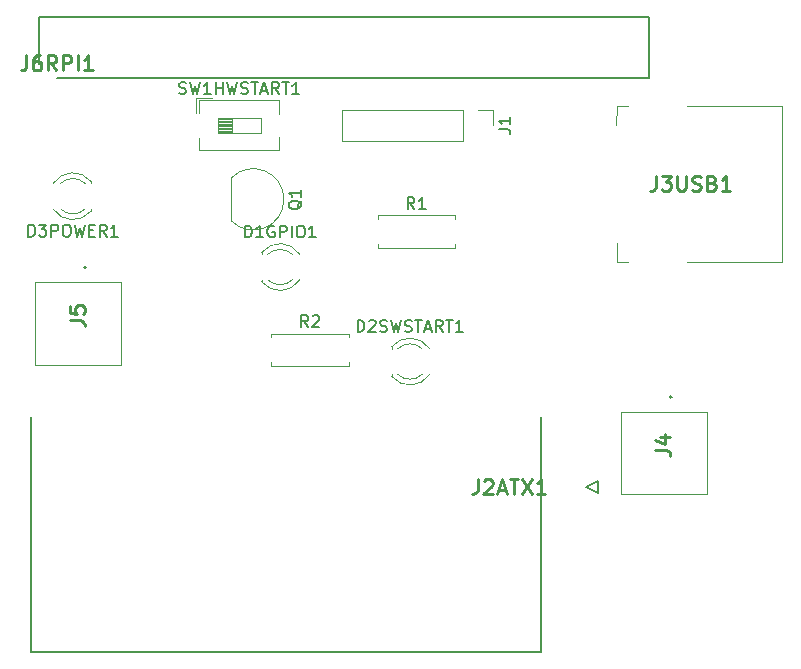
<source format=gbr>
%TF.GenerationSoftware,KiCad,Pcbnew,(6.0.9)*%
%TF.CreationDate,2022-12-10T23:12:21+01:00*%
%TF.ProjectId,ANET_ATX,414e4554-5f41-4545-982e-6b696361645f,rev?*%
%TF.SameCoordinates,Original*%
%TF.FileFunction,Legend,Top*%
%TF.FilePolarity,Positive*%
%FSLAX46Y46*%
G04 Gerber Fmt 4.6, Leading zero omitted, Abs format (unit mm)*
G04 Created by KiCad (PCBNEW (6.0.9)) date 2022-12-10 23:12:21*
%MOMM*%
%LPD*%
G01*
G04 APERTURE LIST*
%ADD10C,0.150000*%
%ADD11C,0.254000*%
%ADD12C,0.120000*%
%ADD13C,0.100000*%
%ADD14C,0.200000*%
%ADD15C,0.127000*%
G04 APERTURE END LIST*
D10*
%TO.C,SW1HWSTART1*%
X66738571Y-67294761D02*
X66881428Y-67342380D01*
X67119523Y-67342380D01*
X67214761Y-67294761D01*
X67262380Y-67247142D01*
X67310000Y-67151904D01*
X67310000Y-67056666D01*
X67262380Y-66961428D01*
X67214761Y-66913809D01*
X67119523Y-66866190D01*
X66929047Y-66818571D01*
X66833809Y-66770952D01*
X66786190Y-66723333D01*
X66738571Y-66628095D01*
X66738571Y-66532857D01*
X66786190Y-66437619D01*
X66833809Y-66390000D01*
X66929047Y-66342380D01*
X67167142Y-66342380D01*
X67310000Y-66390000D01*
X67643333Y-66342380D02*
X67881428Y-67342380D01*
X68071904Y-66628095D01*
X68262380Y-67342380D01*
X68500476Y-66342380D01*
X69405238Y-67342380D02*
X68833809Y-67342380D01*
X69119523Y-67342380D02*
X69119523Y-66342380D01*
X69024285Y-66485238D01*
X68929047Y-66580476D01*
X68833809Y-66628095D01*
X69833809Y-67342380D02*
X69833809Y-66342380D01*
X69833809Y-66818571D02*
X70405238Y-66818571D01*
X70405238Y-67342380D02*
X70405238Y-66342380D01*
X70786190Y-66342380D02*
X71024285Y-67342380D01*
X71214761Y-66628095D01*
X71405238Y-67342380D01*
X71643333Y-66342380D01*
X71976666Y-67294761D02*
X72119523Y-67342380D01*
X72357619Y-67342380D01*
X72452857Y-67294761D01*
X72500476Y-67247142D01*
X72548095Y-67151904D01*
X72548095Y-67056666D01*
X72500476Y-66961428D01*
X72452857Y-66913809D01*
X72357619Y-66866190D01*
X72167142Y-66818571D01*
X72071904Y-66770952D01*
X72024285Y-66723333D01*
X71976666Y-66628095D01*
X71976666Y-66532857D01*
X72024285Y-66437619D01*
X72071904Y-66390000D01*
X72167142Y-66342380D01*
X72405238Y-66342380D01*
X72548095Y-66390000D01*
X72833809Y-66342380D02*
X73405238Y-66342380D01*
X73119523Y-67342380D02*
X73119523Y-66342380D01*
X73690952Y-67056666D02*
X74167142Y-67056666D01*
X73595714Y-67342380D02*
X73929047Y-66342380D01*
X74262380Y-67342380D01*
X75167142Y-67342380D02*
X74833809Y-66866190D01*
X74595714Y-67342380D02*
X74595714Y-66342380D01*
X74976666Y-66342380D01*
X75071904Y-66390000D01*
X75119523Y-66437619D01*
X75167142Y-66532857D01*
X75167142Y-66675714D01*
X75119523Y-66770952D01*
X75071904Y-66818571D01*
X74976666Y-66866190D01*
X74595714Y-66866190D01*
X75452857Y-66342380D02*
X76024285Y-66342380D01*
X75738571Y-67342380D02*
X75738571Y-66342380D01*
X76881428Y-67342380D02*
X76310000Y-67342380D01*
X76595714Y-67342380D02*
X76595714Y-66342380D01*
X76500476Y-66485238D01*
X76405238Y-66580476D01*
X76310000Y-66628095D01*
D11*
%TO.C,J4*%
X107054523Y-97498333D02*
X107961666Y-97498333D01*
X108143095Y-97558809D01*
X108264047Y-97679761D01*
X108324523Y-97861190D01*
X108324523Y-97982142D01*
X107477857Y-96349285D02*
X108324523Y-96349285D01*
X106994047Y-96651666D02*
X107901190Y-96954047D01*
X107901190Y-96167857D01*
%TO.C,J2ATX1*%
X91989047Y-99954523D02*
X91989047Y-100861666D01*
X91928571Y-101043095D01*
X91807619Y-101164047D01*
X91626190Y-101224523D01*
X91505238Y-101224523D01*
X92533333Y-100075476D02*
X92593809Y-100015000D01*
X92714761Y-99954523D01*
X93017142Y-99954523D01*
X93138095Y-100015000D01*
X93198571Y-100075476D01*
X93259047Y-100196428D01*
X93259047Y-100317380D01*
X93198571Y-100498809D01*
X92472857Y-101224523D01*
X93259047Y-101224523D01*
X93742857Y-100861666D02*
X94347619Y-100861666D01*
X93621904Y-101224523D02*
X94045238Y-99954523D01*
X94468571Y-101224523D01*
X94710476Y-99954523D02*
X95436190Y-99954523D01*
X95073333Y-101224523D02*
X95073333Y-99954523D01*
X95738571Y-99954523D02*
X96585238Y-101224523D01*
X96585238Y-99954523D02*
X95738571Y-101224523D01*
X97734285Y-101224523D02*
X97008571Y-101224523D01*
X97371428Y-101224523D02*
X97371428Y-99954523D01*
X97250476Y-100135952D01*
X97129523Y-100256904D01*
X97008571Y-100317380D01*
D10*
%TO.C,J1*%
X93782380Y-70333333D02*
X94496666Y-70333333D01*
X94639523Y-70380952D01*
X94734761Y-70476190D01*
X94782380Y-70619047D01*
X94782380Y-70714285D01*
X94782380Y-69333333D02*
X94782380Y-69904761D01*
X94782380Y-69619047D02*
X93782380Y-69619047D01*
X93925238Y-69714285D01*
X94020476Y-69809523D01*
X94068095Y-69904761D01*
%TO.C,D1GPIO1*%
X72293809Y-79492380D02*
X72293809Y-78492380D01*
X72531904Y-78492380D01*
X72674761Y-78540000D01*
X72770000Y-78635238D01*
X72817619Y-78730476D01*
X72865238Y-78920952D01*
X72865238Y-79063809D01*
X72817619Y-79254285D01*
X72770000Y-79349523D01*
X72674761Y-79444761D01*
X72531904Y-79492380D01*
X72293809Y-79492380D01*
X73817619Y-79492380D02*
X73246190Y-79492380D01*
X73531904Y-79492380D02*
X73531904Y-78492380D01*
X73436666Y-78635238D01*
X73341428Y-78730476D01*
X73246190Y-78778095D01*
X74770000Y-78540000D02*
X74674761Y-78492380D01*
X74531904Y-78492380D01*
X74389047Y-78540000D01*
X74293809Y-78635238D01*
X74246190Y-78730476D01*
X74198571Y-78920952D01*
X74198571Y-79063809D01*
X74246190Y-79254285D01*
X74293809Y-79349523D01*
X74389047Y-79444761D01*
X74531904Y-79492380D01*
X74627142Y-79492380D01*
X74770000Y-79444761D01*
X74817619Y-79397142D01*
X74817619Y-79063809D01*
X74627142Y-79063809D01*
X75246190Y-79492380D02*
X75246190Y-78492380D01*
X75627142Y-78492380D01*
X75722380Y-78540000D01*
X75770000Y-78587619D01*
X75817619Y-78682857D01*
X75817619Y-78825714D01*
X75770000Y-78920952D01*
X75722380Y-78968571D01*
X75627142Y-79016190D01*
X75246190Y-79016190D01*
X76246190Y-79492380D02*
X76246190Y-78492380D01*
X76912857Y-78492380D02*
X77103333Y-78492380D01*
X77198571Y-78540000D01*
X77293809Y-78635238D01*
X77341428Y-78825714D01*
X77341428Y-79159047D01*
X77293809Y-79349523D01*
X77198571Y-79444761D01*
X77103333Y-79492380D01*
X76912857Y-79492380D01*
X76817619Y-79444761D01*
X76722380Y-79349523D01*
X76674761Y-79159047D01*
X76674761Y-78825714D01*
X76722380Y-78635238D01*
X76817619Y-78540000D01*
X76912857Y-78492380D01*
X78293809Y-79492380D02*
X77722380Y-79492380D01*
X78008095Y-79492380D02*
X78008095Y-78492380D01*
X77912857Y-78635238D01*
X77817619Y-78730476D01*
X77722380Y-78778095D01*
%TO.C,R2*%
X77643333Y-87082380D02*
X77310000Y-86606190D01*
X77071904Y-87082380D02*
X77071904Y-86082380D01*
X77452857Y-86082380D01*
X77548095Y-86130000D01*
X77595714Y-86177619D01*
X77643333Y-86272857D01*
X77643333Y-86415714D01*
X77595714Y-86510952D01*
X77548095Y-86558571D01*
X77452857Y-86606190D01*
X77071904Y-86606190D01*
X78024285Y-86177619D02*
X78071904Y-86130000D01*
X78167142Y-86082380D01*
X78405238Y-86082380D01*
X78500476Y-86130000D01*
X78548095Y-86177619D01*
X78595714Y-86272857D01*
X78595714Y-86368095D01*
X78548095Y-86510952D01*
X77976666Y-87082380D01*
X78595714Y-87082380D01*
D11*
%TO.C,J3USB1*%
X107091904Y-74279523D02*
X107091904Y-75186666D01*
X107031428Y-75368095D01*
X106910476Y-75489047D01*
X106729047Y-75549523D01*
X106608095Y-75549523D01*
X107575714Y-74279523D02*
X108361904Y-74279523D01*
X107938571Y-74763333D01*
X108120000Y-74763333D01*
X108240952Y-74823809D01*
X108301428Y-74884285D01*
X108361904Y-75005238D01*
X108361904Y-75307619D01*
X108301428Y-75428571D01*
X108240952Y-75489047D01*
X108120000Y-75549523D01*
X107757142Y-75549523D01*
X107636190Y-75489047D01*
X107575714Y-75428571D01*
X108906190Y-74279523D02*
X108906190Y-75307619D01*
X108966666Y-75428571D01*
X109027142Y-75489047D01*
X109148095Y-75549523D01*
X109390000Y-75549523D01*
X109510952Y-75489047D01*
X109571428Y-75428571D01*
X109631904Y-75307619D01*
X109631904Y-74279523D01*
X110176190Y-75489047D02*
X110357619Y-75549523D01*
X110660000Y-75549523D01*
X110780952Y-75489047D01*
X110841428Y-75428571D01*
X110901904Y-75307619D01*
X110901904Y-75186666D01*
X110841428Y-75065714D01*
X110780952Y-75005238D01*
X110660000Y-74944761D01*
X110418095Y-74884285D01*
X110297142Y-74823809D01*
X110236666Y-74763333D01*
X110176190Y-74642380D01*
X110176190Y-74521428D01*
X110236666Y-74400476D01*
X110297142Y-74340000D01*
X110418095Y-74279523D01*
X110720476Y-74279523D01*
X110901904Y-74340000D01*
X111869523Y-74884285D02*
X112050952Y-74944761D01*
X112111428Y-75005238D01*
X112171904Y-75126190D01*
X112171904Y-75307619D01*
X112111428Y-75428571D01*
X112050952Y-75489047D01*
X111930000Y-75549523D01*
X111446190Y-75549523D01*
X111446190Y-74279523D01*
X111869523Y-74279523D01*
X111990476Y-74340000D01*
X112050952Y-74400476D01*
X112111428Y-74521428D01*
X112111428Y-74642380D01*
X112050952Y-74763333D01*
X111990476Y-74823809D01*
X111869523Y-74884285D01*
X111446190Y-74884285D01*
X113381428Y-75549523D02*
X112655714Y-75549523D01*
X113018571Y-75549523D02*
X113018571Y-74279523D01*
X112897619Y-74460952D01*
X112776666Y-74581904D01*
X112655714Y-74642380D01*
%TO.C,J6RPI1*%
X53787523Y-64074523D02*
X53787523Y-64981666D01*
X53727047Y-65163095D01*
X53606095Y-65284047D01*
X53424666Y-65344523D01*
X53303714Y-65344523D01*
X54936571Y-64074523D02*
X54694666Y-64074523D01*
X54573714Y-64135000D01*
X54513238Y-64195476D01*
X54392285Y-64376904D01*
X54331809Y-64618809D01*
X54331809Y-65102619D01*
X54392285Y-65223571D01*
X54452761Y-65284047D01*
X54573714Y-65344523D01*
X54815619Y-65344523D01*
X54936571Y-65284047D01*
X54997047Y-65223571D01*
X55057523Y-65102619D01*
X55057523Y-64800238D01*
X54997047Y-64679285D01*
X54936571Y-64618809D01*
X54815619Y-64558333D01*
X54573714Y-64558333D01*
X54452761Y-64618809D01*
X54392285Y-64679285D01*
X54331809Y-64800238D01*
X56327523Y-65344523D02*
X55904190Y-64739761D01*
X55601809Y-65344523D02*
X55601809Y-64074523D01*
X56085619Y-64074523D01*
X56206571Y-64135000D01*
X56267047Y-64195476D01*
X56327523Y-64316428D01*
X56327523Y-64497857D01*
X56267047Y-64618809D01*
X56206571Y-64679285D01*
X56085619Y-64739761D01*
X55601809Y-64739761D01*
X56871809Y-65344523D02*
X56871809Y-64074523D01*
X57355619Y-64074523D01*
X57476571Y-64135000D01*
X57537047Y-64195476D01*
X57597523Y-64316428D01*
X57597523Y-64497857D01*
X57537047Y-64618809D01*
X57476571Y-64679285D01*
X57355619Y-64739761D01*
X56871809Y-64739761D01*
X58141809Y-65344523D02*
X58141809Y-64074523D01*
X59411809Y-65344523D02*
X58686095Y-65344523D01*
X59048952Y-65344523D02*
X59048952Y-64074523D01*
X58928000Y-64255952D01*
X58807047Y-64376904D01*
X58686095Y-64437380D01*
D10*
%TO.C,Q1*%
X77107619Y-76365238D02*
X77060000Y-76460476D01*
X76964761Y-76555714D01*
X76821904Y-76698571D01*
X76774285Y-76793809D01*
X76774285Y-76889047D01*
X77012380Y-76841428D02*
X76964761Y-76936666D01*
X76869523Y-77031904D01*
X76679047Y-77079523D01*
X76345714Y-77079523D01*
X76155238Y-77031904D01*
X76060000Y-76936666D01*
X76012380Y-76841428D01*
X76012380Y-76650952D01*
X76060000Y-76555714D01*
X76155238Y-76460476D01*
X76345714Y-76412857D01*
X76679047Y-76412857D01*
X76869523Y-76460476D01*
X76964761Y-76555714D01*
X77012380Y-76650952D01*
X77012380Y-76841428D01*
X77012380Y-75460476D02*
X77012380Y-76031904D01*
X77012380Y-75746190D02*
X76012380Y-75746190D01*
X76155238Y-75841428D01*
X76250476Y-75936666D01*
X76298095Y-76031904D01*
%TO.C,R1*%
X86643333Y-77082380D02*
X86310000Y-76606190D01*
X86071904Y-77082380D02*
X86071904Y-76082380D01*
X86452857Y-76082380D01*
X86548095Y-76130000D01*
X86595714Y-76177619D01*
X86643333Y-76272857D01*
X86643333Y-76415714D01*
X86595714Y-76510952D01*
X86548095Y-76558571D01*
X86452857Y-76606190D01*
X86071904Y-76606190D01*
X87595714Y-77082380D02*
X87024285Y-77082380D01*
X87310000Y-77082380D02*
X87310000Y-76082380D01*
X87214761Y-76225238D01*
X87119523Y-76320476D01*
X87024285Y-76368095D01*
%TO.C,D2SWSTART1*%
X81841428Y-87492380D02*
X81841428Y-86492380D01*
X82079523Y-86492380D01*
X82222380Y-86540000D01*
X82317619Y-86635238D01*
X82365238Y-86730476D01*
X82412857Y-86920952D01*
X82412857Y-87063809D01*
X82365238Y-87254285D01*
X82317619Y-87349523D01*
X82222380Y-87444761D01*
X82079523Y-87492380D01*
X81841428Y-87492380D01*
X82793809Y-86587619D02*
X82841428Y-86540000D01*
X82936666Y-86492380D01*
X83174761Y-86492380D01*
X83270000Y-86540000D01*
X83317619Y-86587619D01*
X83365238Y-86682857D01*
X83365238Y-86778095D01*
X83317619Y-86920952D01*
X82746190Y-87492380D01*
X83365238Y-87492380D01*
X83746190Y-87444761D02*
X83889047Y-87492380D01*
X84127142Y-87492380D01*
X84222380Y-87444761D01*
X84270000Y-87397142D01*
X84317619Y-87301904D01*
X84317619Y-87206666D01*
X84270000Y-87111428D01*
X84222380Y-87063809D01*
X84127142Y-87016190D01*
X83936666Y-86968571D01*
X83841428Y-86920952D01*
X83793809Y-86873333D01*
X83746190Y-86778095D01*
X83746190Y-86682857D01*
X83793809Y-86587619D01*
X83841428Y-86540000D01*
X83936666Y-86492380D01*
X84174761Y-86492380D01*
X84317619Y-86540000D01*
X84650952Y-86492380D02*
X84889047Y-87492380D01*
X85079523Y-86778095D01*
X85270000Y-87492380D01*
X85508095Y-86492380D01*
X85841428Y-87444761D02*
X85984285Y-87492380D01*
X86222380Y-87492380D01*
X86317619Y-87444761D01*
X86365238Y-87397142D01*
X86412857Y-87301904D01*
X86412857Y-87206666D01*
X86365238Y-87111428D01*
X86317619Y-87063809D01*
X86222380Y-87016190D01*
X86031904Y-86968571D01*
X85936666Y-86920952D01*
X85889047Y-86873333D01*
X85841428Y-86778095D01*
X85841428Y-86682857D01*
X85889047Y-86587619D01*
X85936666Y-86540000D01*
X86031904Y-86492380D01*
X86270000Y-86492380D01*
X86412857Y-86540000D01*
X86698571Y-86492380D02*
X87270000Y-86492380D01*
X86984285Y-87492380D02*
X86984285Y-86492380D01*
X87555714Y-87206666D02*
X88031904Y-87206666D01*
X87460476Y-87492380D02*
X87793809Y-86492380D01*
X88127142Y-87492380D01*
X89031904Y-87492380D02*
X88698571Y-87016190D01*
X88460476Y-87492380D02*
X88460476Y-86492380D01*
X88841428Y-86492380D01*
X88936666Y-86540000D01*
X88984285Y-86587619D01*
X89031904Y-86682857D01*
X89031904Y-86825714D01*
X88984285Y-86920952D01*
X88936666Y-86968571D01*
X88841428Y-87016190D01*
X88460476Y-87016190D01*
X89317619Y-86492380D02*
X89889047Y-86492380D01*
X89603333Y-87492380D02*
X89603333Y-86492380D01*
X90746190Y-87492380D02*
X90174761Y-87492380D01*
X90460476Y-87492380D02*
X90460476Y-86492380D01*
X90365238Y-86635238D01*
X90270000Y-86730476D01*
X90174761Y-86778095D01*
D11*
%TO.C,J5*%
X57454523Y-86523333D02*
X58361666Y-86523333D01*
X58543095Y-86583809D01*
X58664047Y-86704761D01*
X58724523Y-86886190D01*
X58724523Y-87007142D01*
X57454523Y-85313809D02*
X57454523Y-85918571D01*
X58059285Y-85979047D01*
X57998809Y-85918571D01*
X57938333Y-85797619D01*
X57938333Y-85495238D01*
X57998809Y-85374285D01*
X58059285Y-85313809D01*
X58180238Y-85253333D01*
X58482619Y-85253333D01*
X58603571Y-85313809D01*
X58664047Y-85374285D01*
X58724523Y-85495238D01*
X58724523Y-85797619D01*
X58664047Y-85918571D01*
X58603571Y-85979047D01*
D10*
%TO.C,D3POWER1*%
X53968095Y-79412380D02*
X53968095Y-78412380D01*
X54206190Y-78412380D01*
X54349047Y-78460000D01*
X54444285Y-78555238D01*
X54491904Y-78650476D01*
X54539523Y-78840952D01*
X54539523Y-78983809D01*
X54491904Y-79174285D01*
X54444285Y-79269523D01*
X54349047Y-79364761D01*
X54206190Y-79412380D01*
X53968095Y-79412380D01*
X54872857Y-78412380D02*
X55491904Y-78412380D01*
X55158571Y-78793333D01*
X55301428Y-78793333D01*
X55396666Y-78840952D01*
X55444285Y-78888571D01*
X55491904Y-78983809D01*
X55491904Y-79221904D01*
X55444285Y-79317142D01*
X55396666Y-79364761D01*
X55301428Y-79412380D01*
X55015714Y-79412380D01*
X54920476Y-79364761D01*
X54872857Y-79317142D01*
X55920476Y-79412380D02*
X55920476Y-78412380D01*
X56301428Y-78412380D01*
X56396666Y-78460000D01*
X56444285Y-78507619D01*
X56491904Y-78602857D01*
X56491904Y-78745714D01*
X56444285Y-78840952D01*
X56396666Y-78888571D01*
X56301428Y-78936190D01*
X55920476Y-78936190D01*
X57110952Y-78412380D02*
X57301428Y-78412380D01*
X57396666Y-78460000D01*
X57491904Y-78555238D01*
X57539523Y-78745714D01*
X57539523Y-79079047D01*
X57491904Y-79269523D01*
X57396666Y-79364761D01*
X57301428Y-79412380D01*
X57110952Y-79412380D01*
X57015714Y-79364761D01*
X56920476Y-79269523D01*
X56872857Y-79079047D01*
X56872857Y-78745714D01*
X56920476Y-78555238D01*
X57015714Y-78460000D01*
X57110952Y-78412380D01*
X57872857Y-78412380D02*
X58110952Y-79412380D01*
X58301428Y-78698095D01*
X58491904Y-79412380D01*
X58730000Y-78412380D01*
X59110952Y-78888571D02*
X59444285Y-78888571D01*
X59587142Y-79412380D02*
X59110952Y-79412380D01*
X59110952Y-78412380D01*
X59587142Y-78412380D01*
X60587142Y-79412380D02*
X60253809Y-78936190D01*
X60015714Y-79412380D02*
X60015714Y-78412380D01*
X60396666Y-78412380D01*
X60491904Y-78460000D01*
X60539523Y-78507619D01*
X60587142Y-78602857D01*
X60587142Y-78745714D01*
X60539523Y-78840952D01*
X60491904Y-78888571D01*
X60396666Y-78936190D01*
X60015714Y-78936190D01*
X61539523Y-79412380D02*
X60968095Y-79412380D01*
X61253809Y-79412380D02*
X61253809Y-78412380D01*
X61158571Y-78555238D01*
X61063333Y-78650476D01*
X60968095Y-78698095D01*
D12*
%TO.C,SW1HWSTART1*%
X70000000Y-69965000D02*
X71206667Y-69965000D01*
X70000000Y-70205000D02*
X71206667Y-70205000D01*
X73620000Y-70635000D02*
X73620000Y-69365000D01*
X71206667Y-69365000D02*
X71206667Y-70635000D01*
X75221000Y-70990000D02*
X75221000Y-72110000D01*
X70000000Y-70445000D02*
X71206667Y-70445000D01*
X75221000Y-67890000D02*
X75221000Y-69010000D01*
X70000000Y-69365000D02*
X70000000Y-70635000D01*
X70000000Y-69845000D02*
X71206667Y-69845000D01*
X70000000Y-70565000D02*
X71206667Y-70565000D01*
X73620000Y-69365000D02*
X70000000Y-69365000D01*
X70000000Y-70635000D02*
X73620000Y-70635000D01*
X68400000Y-72110000D02*
X75221000Y-72110000D01*
X68160000Y-67650000D02*
X69543000Y-67650000D01*
X68160000Y-67650000D02*
X68160000Y-68960000D01*
X68400000Y-67890000D02*
X68400000Y-68960000D01*
X68400000Y-67890000D02*
X75221000Y-67890000D01*
X70000000Y-70085000D02*
X71206667Y-70085000D01*
X70000000Y-69605000D02*
X71206667Y-69605000D01*
X68400000Y-71040000D02*
X68400000Y-72110000D01*
X70000000Y-69725000D02*
X71206667Y-69725000D01*
X70000000Y-70325000D02*
X71206667Y-70325000D01*
X70000000Y-69485000D02*
X71206667Y-69485000D01*
D13*
%TO.C,J4*%
X104105000Y-101250000D02*
X104105000Y-94250000D01*
X104105000Y-94250000D02*
X111395000Y-94250000D01*
X111395000Y-101250000D02*
X104105000Y-101250000D01*
D14*
X108445000Y-93000000D02*
X108445000Y-93000000D01*
D13*
X111395000Y-94250000D02*
X111395000Y-101250000D01*
D14*
X108245000Y-93000000D02*
X108245000Y-93000000D01*
X108245000Y-93000000D02*
G75*
G03*
X108445000Y-93000000I100000J0D01*
G01*
X108445000Y-93000000D02*
G75*
G03*
X108245000Y-93000000I-100000J0D01*
G01*
D15*
%TO.C,J2ATX1*%
X102150000Y-100150000D02*
X102150000Y-101150000D01*
X97350000Y-114618000D02*
X54150000Y-114618000D01*
X54150000Y-114618000D02*
X54150000Y-94682000D01*
X102150000Y-101150000D02*
X101150000Y-100650000D01*
X101150000Y-100650000D02*
X102150000Y-100150000D01*
X97350000Y-94682000D02*
X97350000Y-114618000D01*
D12*
%TO.C,J1*%
X93330000Y-68670000D02*
X93330000Y-70000000D01*
X90730000Y-68670000D02*
X80510000Y-68670000D01*
X90730000Y-68670000D02*
X90730000Y-71330000D01*
X90730000Y-71330000D02*
X80510000Y-71330000D01*
X92000000Y-68670000D02*
X93330000Y-68670000D01*
X80510000Y-68670000D02*
X80510000Y-71330000D01*
%TO.C,D1GPIO1*%
X73710000Y-83080000D02*
X73710000Y-83236000D01*
X73710000Y-80764000D02*
X73710000Y-80920000D01*
X76942335Y-80921392D02*
G75*
G03*
X73710000Y-80764484I-1672335J-1078608D01*
G01*
X73710000Y-83235516D02*
G75*
G03*
X76942335Y-83078608I1560000J1235516D01*
G01*
X74229039Y-83080000D02*
G75*
G03*
X76311130Y-83079837I1040961J1080000D01*
G01*
X76311130Y-80920163D02*
G75*
G03*
X74229039Y-80920000I-1041130J-1079837D01*
G01*
%TO.C,R2*%
X81080000Y-90370000D02*
X81080000Y-90040000D01*
X74540000Y-87960000D02*
X74540000Y-87630000D01*
X81080000Y-87630000D02*
X81080000Y-87960000D01*
X74540000Y-90040000D02*
X74540000Y-90370000D01*
X74540000Y-87630000D02*
X81080000Y-87630000D01*
X74540000Y-90370000D02*
X81080000Y-90370000D01*
D13*
%TO.C,J3USB1*%
X117755000Y-68405000D02*
X109755000Y-68405000D01*
X103795000Y-81545000D02*
X104755000Y-81545000D01*
X103795000Y-68405000D02*
X103755000Y-69975000D01*
X104755000Y-68405000D02*
X103795000Y-68405000D01*
X103795000Y-79975000D02*
X103795000Y-81545000D01*
X117755000Y-81545000D02*
X117755000Y-68405000D01*
X109755000Y-81545000D02*
X117755000Y-81545000D01*
D14*
%TO.C,J6RPI1*%
X56388000Y-66000000D02*
X106468000Y-66000000D01*
X106468000Y-66000000D02*
X106468000Y-60850000D01*
X54868000Y-60850000D02*
X54868000Y-64770000D01*
X106468000Y-60850000D02*
X54868000Y-60850000D01*
D12*
%TO.C,Q1*%
X71150000Y-74470000D02*
X71150000Y-78070000D01*
X75600001Y-76270000D02*
G75*
G03*
X71161522Y-74431522I-2600001J0D01*
G01*
X71161522Y-78108478D02*
G75*
G03*
X75600000Y-76270000I1838478J1838478D01*
G01*
%TO.C,R1*%
X83540000Y-80040000D02*
X83540000Y-80370000D01*
X83540000Y-80370000D02*
X90080000Y-80370000D01*
X90080000Y-80370000D02*
X90080000Y-80040000D01*
X83540000Y-77630000D02*
X90080000Y-77630000D01*
X90080000Y-77630000D02*
X90080000Y-77960000D01*
X83540000Y-77960000D02*
X83540000Y-77630000D01*
%TO.C,D2SWSTART1*%
X84710000Y-91080000D02*
X84710000Y-91236000D01*
X84710000Y-88764000D02*
X84710000Y-88920000D01*
X87942335Y-88921392D02*
G75*
G03*
X84710000Y-88764484I-1672335J-1078608D01*
G01*
X87311130Y-88920163D02*
G75*
G03*
X85229039Y-88920000I-1041130J-1079837D01*
G01*
X85229039Y-91080000D02*
G75*
G03*
X87311130Y-91079837I1040961J1080000D01*
G01*
X84710000Y-91235516D02*
G75*
G03*
X87942335Y-91078608I1560000J1235516D01*
G01*
D14*
%TO.C,J5*%
X58645000Y-82025000D02*
X58645000Y-82025000D01*
X58845000Y-82025000D02*
X58845000Y-82025000D01*
D13*
X61795000Y-83275000D02*
X61795000Y-90275000D01*
X54505000Y-90275000D02*
X54505000Y-83275000D01*
X54505000Y-83275000D02*
X61795000Y-83275000D01*
X61795000Y-90275000D02*
X54505000Y-90275000D01*
D14*
X58645000Y-82025000D02*
G75*
G03*
X58845000Y-82025000I100000J0D01*
G01*
X58845000Y-82025000D02*
G75*
G03*
X58645000Y-82025000I-100000J0D01*
G01*
D12*
%TO.C,D3POWER1*%
X59290000Y-74920000D02*
X59290000Y-74764000D01*
X59290000Y-77236000D02*
X59290000Y-77080000D01*
X58770961Y-74920000D02*
G75*
G03*
X56688870Y-74920163I-1040961J-1080000D01*
G01*
X56688870Y-77079837D02*
G75*
G03*
X58770961Y-77080000I1041130J1079837D01*
G01*
X56057665Y-77078608D02*
G75*
G03*
X59290000Y-77235516I1672335J1078608D01*
G01*
X59290000Y-74764484D02*
G75*
G03*
X56057665Y-74921392I-1560000J-1235516D01*
G01*
%TD*%
M02*

</source>
